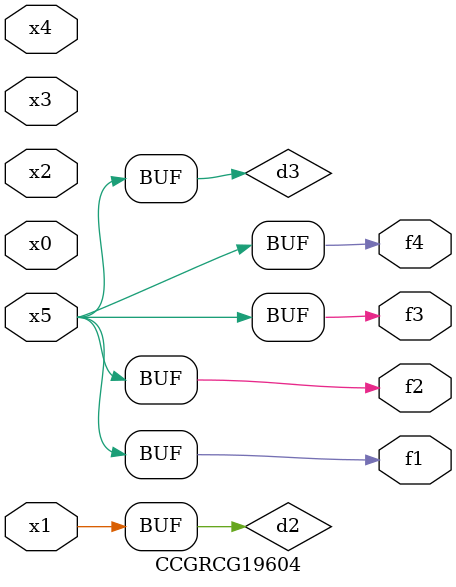
<source format=v>
module CCGRCG19604(
	input x0, x1, x2, x3, x4, x5,
	output f1, f2, f3, f4
);

	wire d1, d2, d3;

	not (d1, x5);
	or (d2, x1);
	xnor (d3, d1);
	assign f1 = d3;
	assign f2 = d3;
	assign f3 = d3;
	assign f4 = d3;
endmodule

</source>
